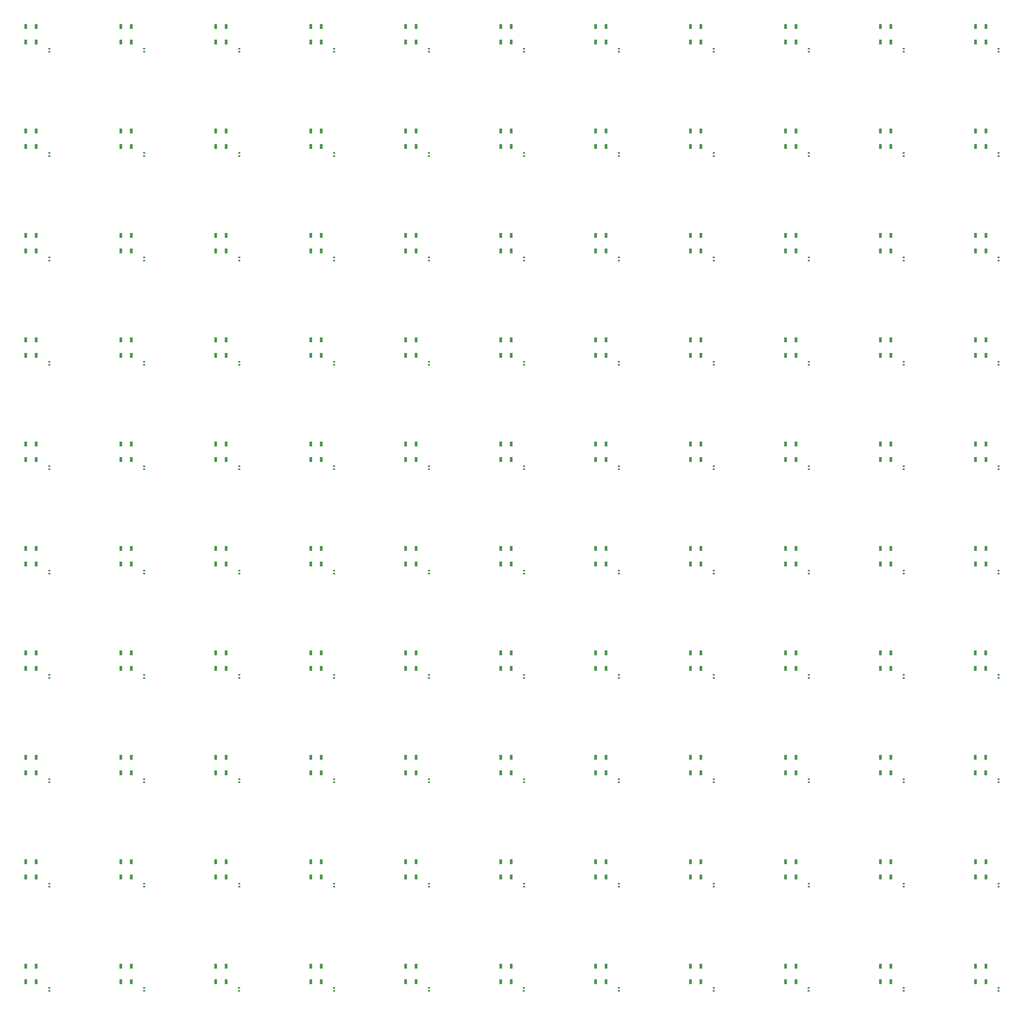
<source format=gbr>
G04 #@! TF.GenerationSoftware,KiCad,Pcbnew,8.0.2-8.0.2-0~ubuntu22.04.1*
G04 #@! TF.CreationDate,2024-05-18T22:12:29+02:00*
G04 #@! TF.ProjectId,qclock,71636c6f-636b-42e6-9b69-6361645f7063,rev?*
G04 #@! TF.SameCoordinates,Original*
G04 #@! TF.FileFunction,Paste,Top*
G04 #@! TF.FilePolarity,Positive*
%FSLAX46Y46*%
G04 Gerber Fmt 4.6, Leading zero omitted, Abs format (unit mm)*
G04 Created by KiCad (PCBNEW 8.0.2-8.0.2-0~ubuntu22.04.1) date 2024-05-18 22:12:29*
%MOMM*%
%LPD*%
G01*
G04 APERTURE LIST*
G04 Aperture macros list*
%AMRoundRect*
0 Rectangle with rounded corners*
0 $1 Rounding radius*
0 $2 $3 $4 $5 $6 $7 $8 $9 X,Y pos of 4 corners*
0 Add a 4 corners polygon primitive as box body*
4,1,4,$2,$3,$4,$5,$6,$7,$8,$9,$2,$3,0*
0 Add four circle primitives for the rounded corners*
1,1,$1+$1,$2,$3*
1,1,$1+$1,$4,$5*
1,1,$1+$1,$6,$7*
1,1,$1+$1,$8,$9*
0 Add four rect primitives between the rounded corners*
20,1,$1+$1,$2,$3,$4,$5,0*
20,1,$1+$1,$4,$5,$6,$7,0*
20,1,$1+$1,$6,$7,$8,$9,0*
20,1,$1+$1,$8,$9,$2,$3,0*%
G04 Aperture macros list end*
%ADD10R,0.900000X1.500000*%
%ADD11RoundRect,0.140000X0.170000X-0.140000X0.170000X0.140000X-0.170000X0.140000X-0.170000X-0.140000X0*%
G04 APERTURE END LIST*
D10*
X360950000Y-66450000D03*
X364250000Y-66450000D03*
X364250000Y-61550000D03*
X360950000Y-61550000D03*
D11*
X338261625Y-102480000D03*
X338261625Y-101520000D03*
D10*
X150880000Y-165450000D03*
X154180000Y-165450000D03*
X154180000Y-160550000D03*
X150880000Y-160550000D03*
D11*
X368261625Y-69480000D03*
X368261625Y-68520000D03*
X158261625Y-135480000D03*
X158261625Y-134520000D03*
X248238375Y-366430000D03*
X248238375Y-365470000D03*
X158261625Y-267480000D03*
X158261625Y-266520000D03*
X128261625Y-201480000D03*
X128261625Y-200520000D03*
X218261625Y-333480000D03*
X218261625Y-332520000D03*
D10*
X180890000Y-231450000D03*
X184190000Y-231450000D03*
X184190000Y-226550000D03*
X180890000Y-226550000D03*
D11*
X368261625Y-201480000D03*
X368261625Y-200520000D03*
X338261625Y-333480000D03*
X338261625Y-332520000D03*
X98261625Y-234480000D03*
X98261625Y-233520000D03*
X308261625Y-168480000D03*
X308261625Y-167520000D03*
D10*
X150880000Y-99450000D03*
X154180000Y-99450000D03*
X154180000Y-94550000D03*
X150880000Y-94550000D03*
X300930000Y-165450000D03*
X304230000Y-165450000D03*
X304230000Y-160550000D03*
X300930000Y-160550000D03*
X90860000Y-66450000D03*
X94160000Y-66450000D03*
X94160000Y-61550000D03*
X90860000Y-61550000D03*
X330940000Y-264450000D03*
X334240000Y-264450000D03*
X334240000Y-259550000D03*
X330940000Y-259550000D03*
X60850000Y-198450000D03*
X64150000Y-198450000D03*
X64150000Y-193550000D03*
X60850000Y-193550000D03*
D11*
X368261625Y-300480000D03*
X368261625Y-299520000D03*
D10*
X120870000Y-264450000D03*
X124170000Y-264450000D03*
X124170000Y-259550000D03*
X120870000Y-259550000D03*
D11*
X338261625Y-135480000D03*
X338261625Y-134520000D03*
X338261625Y-168480000D03*
X338261625Y-167520000D03*
X308261625Y-333480000D03*
X308261625Y-332520000D03*
X278238375Y-366430000D03*
X278238375Y-365470000D03*
X368261625Y-102480000D03*
X368261625Y-101520000D03*
D10*
X180890000Y-66450000D03*
X184190000Y-66450000D03*
X184190000Y-61550000D03*
X180890000Y-61550000D03*
X240910000Y-264450000D03*
X244210000Y-264450000D03*
X244210000Y-259550000D03*
X240910000Y-259550000D03*
X270920000Y-264450000D03*
X274220000Y-264450000D03*
X274220000Y-259550000D03*
X270920000Y-259550000D03*
X90860000Y-330450000D03*
X94160000Y-330450000D03*
X94160000Y-325550000D03*
X90860000Y-325550000D03*
D11*
X338261625Y-201480000D03*
X338261625Y-200520000D03*
X278261625Y-201480000D03*
X278261625Y-200520000D03*
D10*
X210900000Y-165450000D03*
X214200000Y-165450000D03*
X214200000Y-160550000D03*
X210900000Y-160550000D03*
D11*
X68261625Y-168480000D03*
X68261625Y-167520000D03*
X308261625Y-201480000D03*
X308261625Y-200520000D03*
X248261625Y-267480000D03*
X248261625Y-266520000D03*
X128261625Y-333480000D03*
X128261625Y-332520000D03*
D10*
X210900000Y-330450000D03*
X214200000Y-330450000D03*
X214200000Y-325550000D03*
X210900000Y-325550000D03*
X210900000Y-264450000D03*
X214200000Y-264450000D03*
X214200000Y-259550000D03*
X210900000Y-259550000D03*
X360950000Y-99450000D03*
X364250000Y-99450000D03*
X364250000Y-94550000D03*
X360950000Y-94550000D03*
X360850000Y-297450000D03*
X364150000Y-297450000D03*
X364150000Y-292550000D03*
X360850000Y-292550000D03*
D11*
X98261625Y-69480000D03*
X98261625Y-68520000D03*
X308261625Y-102480000D03*
X308261625Y-101520000D03*
X218261625Y-201480000D03*
X218261625Y-200520000D03*
D10*
X60850000Y-99450000D03*
X64150000Y-99450000D03*
X64150000Y-94550000D03*
X60850000Y-94550000D03*
X120870000Y-66450000D03*
X124170000Y-66450000D03*
X124170000Y-61550000D03*
X120870000Y-61550000D03*
X210900000Y-363500000D03*
X214200000Y-363500000D03*
X214200000Y-358600000D03*
X210900000Y-358600000D03*
X90860000Y-297450000D03*
X94160000Y-297450000D03*
X94160000Y-292550000D03*
X90860000Y-292550000D03*
D11*
X248261625Y-69480000D03*
X248261625Y-68520000D03*
D10*
X180890000Y-297450000D03*
X184190000Y-297450000D03*
X184190000Y-292550000D03*
X180890000Y-292550000D03*
D11*
X68261625Y-300480000D03*
X68261625Y-299520000D03*
X98261625Y-135480000D03*
X98261625Y-134520000D03*
D10*
X240910000Y-99450000D03*
X244210000Y-99450000D03*
X244210000Y-94550000D03*
X240910000Y-94550000D03*
D11*
X218238375Y-366430000D03*
X218238375Y-365470000D03*
D10*
X300930000Y-330450000D03*
X304230000Y-330450000D03*
X304230000Y-325550000D03*
X300930000Y-325550000D03*
X150880000Y-132450000D03*
X154180000Y-132450000D03*
X154180000Y-127550000D03*
X150880000Y-127550000D03*
X240910000Y-330450000D03*
X244210000Y-330450000D03*
X244210000Y-325550000D03*
X240910000Y-325550000D03*
D11*
X338238375Y-366430000D03*
X338238375Y-365470000D03*
X278261625Y-300480000D03*
X278261625Y-299520000D03*
D10*
X300930000Y-264450000D03*
X304230000Y-264450000D03*
X304230000Y-259550000D03*
X300930000Y-259550000D03*
D11*
X188261625Y-333480000D03*
X188261625Y-332520000D03*
D10*
X150880000Y-264450000D03*
X154180000Y-264450000D03*
X154180000Y-259550000D03*
X150880000Y-259550000D03*
X120870000Y-198450000D03*
X124170000Y-198450000D03*
X124170000Y-193550000D03*
X120870000Y-193550000D03*
X120870000Y-231450000D03*
X124170000Y-231450000D03*
X124170000Y-226550000D03*
X120870000Y-226550000D03*
D11*
X98238375Y-366430000D03*
X98238375Y-365470000D03*
D10*
X270920000Y-198450000D03*
X274220000Y-198450000D03*
X274220000Y-193550000D03*
X270920000Y-193550000D03*
X360950000Y-132450000D03*
X364250000Y-132450000D03*
X364250000Y-127550000D03*
X360950000Y-127550000D03*
X150880000Y-297450000D03*
X154180000Y-297450000D03*
X154180000Y-292550000D03*
X150880000Y-292550000D03*
D11*
X98261625Y-267480000D03*
X98261625Y-266520000D03*
D10*
X270920000Y-297450000D03*
X274220000Y-297450000D03*
X274220000Y-292550000D03*
X270920000Y-292550000D03*
D11*
X368261625Y-234480000D03*
X368261625Y-233520000D03*
D10*
X300930000Y-297450000D03*
X304230000Y-297450000D03*
X304230000Y-292550000D03*
X300930000Y-292550000D03*
X150880000Y-330450000D03*
X154180000Y-330450000D03*
X154180000Y-325550000D03*
X150880000Y-325550000D03*
X330940000Y-330450000D03*
X334240000Y-330450000D03*
X334240000Y-325550000D03*
X330940000Y-325550000D03*
X240910000Y-363500000D03*
X244210000Y-363500000D03*
X244210000Y-358600000D03*
X240910000Y-358600000D03*
D11*
X218261625Y-135480000D03*
X218261625Y-134520000D03*
X308238375Y-366430000D03*
X308238375Y-365470000D03*
D10*
X360850000Y-264450000D03*
X364150000Y-264450000D03*
X364150000Y-259550000D03*
X360850000Y-259550000D03*
D11*
X188261625Y-102480000D03*
X188261625Y-101520000D03*
D10*
X60850000Y-297450000D03*
X64150000Y-297450000D03*
X64150000Y-292550000D03*
X60850000Y-292550000D03*
D11*
X308261625Y-267480000D03*
X308261625Y-266520000D03*
D10*
X150880000Y-198450000D03*
X154180000Y-198450000D03*
X154180000Y-193550000D03*
X150880000Y-193550000D03*
X360950000Y-330450000D03*
X364250000Y-330450000D03*
X364250000Y-325550000D03*
X360950000Y-325550000D03*
X300930000Y-198450000D03*
X304230000Y-198450000D03*
X304230000Y-193550000D03*
X300930000Y-193550000D03*
X240910000Y-66450000D03*
X244210000Y-66450000D03*
X244210000Y-61550000D03*
X240910000Y-61550000D03*
D11*
X158261625Y-69480000D03*
X158261625Y-68520000D03*
D10*
X120870000Y-363500000D03*
X124170000Y-363500000D03*
X124170000Y-358600000D03*
X120870000Y-358600000D03*
D11*
X368261625Y-333480000D03*
X368261625Y-332520000D03*
X248261625Y-135480000D03*
X248261625Y-134520000D03*
D10*
X240910000Y-165450000D03*
X244210000Y-165450000D03*
X244210000Y-160550000D03*
X240910000Y-160550000D03*
X210900000Y-297450000D03*
X214200000Y-297450000D03*
X214200000Y-292550000D03*
X210900000Y-292550000D03*
D11*
X248261625Y-234480000D03*
X248261625Y-233520000D03*
D10*
X60850000Y-264450000D03*
X64150000Y-264450000D03*
X64150000Y-259550000D03*
X60850000Y-259550000D03*
D11*
X158261625Y-168480000D03*
X158261625Y-167520000D03*
X128261625Y-168480000D03*
X128261625Y-167520000D03*
X218261625Y-234480000D03*
X218261625Y-233520000D03*
D10*
X300930000Y-99450000D03*
X304230000Y-99450000D03*
X304230000Y-94550000D03*
X300930000Y-94550000D03*
X90860000Y-165450000D03*
X94160000Y-165450000D03*
X94160000Y-160550000D03*
X90860000Y-160550000D03*
D11*
X128261625Y-102480000D03*
X128261625Y-101520000D03*
D10*
X300930000Y-132450000D03*
X304230000Y-132450000D03*
X304230000Y-127550000D03*
X300930000Y-127550000D03*
X180890000Y-264450000D03*
X184190000Y-264450000D03*
X184190000Y-259550000D03*
X180890000Y-259550000D03*
X210900000Y-231450000D03*
X214200000Y-231450000D03*
X214200000Y-226550000D03*
X210900000Y-226550000D03*
D11*
X248261625Y-102480000D03*
X248261625Y-101520000D03*
X158238375Y-366430000D03*
X158238375Y-365470000D03*
D10*
X60850000Y-165450000D03*
X64150000Y-165450000D03*
X64150000Y-160550000D03*
X60850000Y-160550000D03*
D11*
X278261625Y-135480000D03*
X278261625Y-134520000D03*
D10*
X270920000Y-330450000D03*
X274220000Y-330450000D03*
X274220000Y-325550000D03*
X270920000Y-325550000D03*
D11*
X188261625Y-168480000D03*
X188261625Y-167520000D03*
D10*
X60850000Y-330450000D03*
X64150000Y-330450000D03*
X64150000Y-325550000D03*
X60850000Y-325550000D03*
X300930000Y-363500000D03*
X304230000Y-363500000D03*
X304230000Y-358600000D03*
X300930000Y-358600000D03*
D11*
X68261625Y-267480000D03*
X68261625Y-266520000D03*
D10*
X120870000Y-132450000D03*
X124170000Y-132450000D03*
X124170000Y-127550000D03*
X120870000Y-127550000D03*
D11*
X278261625Y-168480000D03*
X278261625Y-167520000D03*
X68261625Y-102480000D03*
X68261625Y-101520000D03*
X308261625Y-135480000D03*
X308261625Y-134520000D03*
D10*
X360950000Y-165450000D03*
X364250000Y-165450000D03*
X364250000Y-160550000D03*
X360950000Y-160550000D03*
X90860000Y-99450000D03*
X94160000Y-99450000D03*
X94160000Y-94550000D03*
X90860000Y-94550000D03*
X180890000Y-165450000D03*
X184190000Y-165450000D03*
X184190000Y-160550000D03*
X180890000Y-160550000D03*
D11*
X188261625Y-267480000D03*
X188261625Y-266520000D03*
D10*
X120870000Y-165450000D03*
X124170000Y-165450000D03*
X124170000Y-160550000D03*
X120870000Y-160550000D03*
D11*
X128261625Y-267480000D03*
X128261625Y-266520000D03*
X128261625Y-135480000D03*
X128261625Y-134520000D03*
D10*
X330940000Y-165450000D03*
X334240000Y-165450000D03*
X334240000Y-160550000D03*
X330940000Y-160550000D03*
D11*
X368261625Y-168480000D03*
X368261625Y-167520000D03*
X68261625Y-333480000D03*
X68261625Y-332520000D03*
X68261625Y-234480000D03*
X68261625Y-233520000D03*
D10*
X210900000Y-132450000D03*
X214200000Y-132450000D03*
X214200000Y-127550000D03*
X210900000Y-127550000D03*
X180890000Y-132450000D03*
X184190000Y-132450000D03*
X184190000Y-127550000D03*
X180890000Y-127550000D03*
X150880000Y-363500000D03*
X154180000Y-363500000D03*
X154180000Y-358600000D03*
X150880000Y-358600000D03*
D11*
X128238375Y-366430000D03*
X128238375Y-365470000D03*
D10*
X300930000Y-66450000D03*
X304230000Y-66450000D03*
X304230000Y-61550000D03*
X300930000Y-61550000D03*
D11*
X158261625Y-234480000D03*
X158261625Y-233520000D03*
X68238375Y-366430000D03*
X68238375Y-365470000D03*
D10*
X60850000Y-132450000D03*
X64150000Y-132450000D03*
X64150000Y-127550000D03*
X60850000Y-127550000D03*
X270920000Y-165450000D03*
X274220000Y-165450000D03*
X274220000Y-160550000D03*
X270920000Y-160550000D03*
D11*
X98261625Y-300480000D03*
X98261625Y-299520000D03*
X368261625Y-267480000D03*
X368261625Y-266520000D03*
X68261625Y-135480000D03*
X68261625Y-134520000D03*
X278261625Y-69480000D03*
X278261625Y-68520000D03*
D10*
X90860000Y-198450000D03*
X94160000Y-198450000D03*
X94160000Y-193550000D03*
X90860000Y-193550000D03*
D11*
X278261625Y-102480000D03*
X278261625Y-101520000D03*
X128261625Y-300480000D03*
X128261625Y-299520000D03*
D10*
X300930000Y-231450000D03*
X304230000Y-231450000D03*
X304230000Y-226550000D03*
X300930000Y-226550000D03*
X270920000Y-132450000D03*
X274220000Y-132450000D03*
X274220000Y-127550000D03*
X270920000Y-127550000D03*
X240910000Y-132450000D03*
X244210000Y-132450000D03*
X244210000Y-127550000D03*
X240910000Y-127550000D03*
X90860000Y-231450000D03*
X94160000Y-231450000D03*
X94160000Y-226550000D03*
X90860000Y-226550000D03*
X90860000Y-132450000D03*
X94160000Y-132450000D03*
X94160000Y-127550000D03*
X90860000Y-127550000D03*
X150880000Y-231450000D03*
X154180000Y-231450000D03*
X154180000Y-226550000D03*
X150880000Y-226550000D03*
D11*
X278261625Y-333480000D03*
X278261625Y-332520000D03*
D10*
X240910000Y-198450000D03*
X244210000Y-198450000D03*
X244210000Y-193550000D03*
X240910000Y-193550000D03*
X210900000Y-66450000D03*
X214200000Y-66450000D03*
X214200000Y-61550000D03*
X210900000Y-61550000D03*
X360950000Y-363500000D03*
X364250000Y-363500000D03*
X364250000Y-358600000D03*
X360950000Y-358600000D03*
X330940000Y-363500000D03*
X334240000Y-363500000D03*
X334240000Y-358600000D03*
X330940000Y-358600000D03*
D11*
X338261625Y-300480000D03*
X338261625Y-299520000D03*
X98261625Y-168480000D03*
X98261625Y-167520000D03*
D10*
X120870000Y-330450000D03*
X124170000Y-330450000D03*
X124170000Y-325550000D03*
X120870000Y-325550000D03*
X90860000Y-264450000D03*
X94160000Y-264450000D03*
X94160000Y-259550000D03*
X90860000Y-259550000D03*
D11*
X308261625Y-300480000D03*
X308261625Y-299520000D03*
X158261625Y-201480000D03*
X158261625Y-200520000D03*
D10*
X330940000Y-231450000D03*
X334240000Y-231450000D03*
X334240000Y-226550000D03*
X330940000Y-226550000D03*
D11*
X98261625Y-201480000D03*
X98261625Y-200520000D03*
D10*
X360950000Y-231450000D03*
X364250000Y-231450000D03*
X364250000Y-226550000D03*
X360950000Y-226550000D03*
X330940000Y-297450000D03*
X334240000Y-297450000D03*
X334240000Y-292550000D03*
X330940000Y-292550000D03*
D11*
X338261625Y-267480000D03*
X338261625Y-266520000D03*
D10*
X210900000Y-198450000D03*
X214200000Y-198450000D03*
X214200000Y-193550000D03*
X210900000Y-193550000D03*
X330940000Y-99450000D03*
X334240000Y-99450000D03*
X334240000Y-94550000D03*
X330940000Y-94550000D03*
D11*
X188261625Y-300480000D03*
X188261625Y-299520000D03*
X68261625Y-69480000D03*
X68261625Y-68520000D03*
X158261625Y-300480000D03*
X158261625Y-299520000D03*
X218261625Y-168480000D03*
X218261625Y-167520000D03*
X188261625Y-69480000D03*
X188261625Y-68520000D03*
X368238375Y-366430000D03*
X368238375Y-365470000D03*
X368261625Y-135480000D03*
X368261625Y-134520000D03*
D10*
X60850000Y-66450000D03*
X64150000Y-66450000D03*
X64150000Y-61550000D03*
X60850000Y-61550000D03*
D11*
X278261625Y-267480000D03*
X278261625Y-266520000D03*
D10*
X270920000Y-231450000D03*
X274220000Y-231450000D03*
X274220000Y-226550000D03*
X270920000Y-226550000D03*
X270920000Y-363500000D03*
X274220000Y-363500000D03*
X274220000Y-358600000D03*
X270920000Y-358600000D03*
D11*
X248261625Y-168480000D03*
X248261625Y-167520000D03*
D10*
X360950000Y-198450000D03*
X364250000Y-198450000D03*
X364250000Y-193550000D03*
X360950000Y-193550000D03*
X180890000Y-330450000D03*
X184190000Y-330450000D03*
X184190000Y-325550000D03*
X180890000Y-325550000D03*
D11*
X308261625Y-69480000D03*
X308261625Y-68520000D03*
D10*
X270920000Y-99450000D03*
X274220000Y-99450000D03*
X274220000Y-94550000D03*
X270920000Y-94550000D03*
D11*
X338261625Y-69480000D03*
X338261625Y-68520000D03*
D10*
X150880000Y-66450000D03*
X154180000Y-66450000D03*
X154180000Y-61550000D03*
X150880000Y-61550000D03*
X330940000Y-132450000D03*
X334240000Y-132450000D03*
X334240000Y-127550000D03*
X330940000Y-127550000D03*
X270920000Y-66450000D03*
X274220000Y-66450000D03*
X274220000Y-61550000D03*
X270920000Y-61550000D03*
D11*
X98261625Y-102480000D03*
X98261625Y-101520000D03*
X188261625Y-201480000D03*
X188261625Y-200520000D03*
D10*
X330940000Y-198450000D03*
X334240000Y-198450000D03*
X334240000Y-193550000D03*
X330940000Y-193550000D03*
D11*
X338261625Y-234480000D03*
X338261625Y-233520000D03*
X158261625Y-333480000D03*
X158261625Y-332520000D03*
X218261625Y-102480000D03*
X218261625Y-101520000D03*
D10*
X210900000Y-99450000D03*
X214200000Y-99450000D03*
X214200000Y-94550000D03*
X210900000Y-94550000D03*
D11*
X128261625Y-234480000D03*
X128261625Y-233520000D03*
X248261625Y-201480000D03*
X248261625Y-200520000D03*
D10*
X330940000Y-66450000D03*
X334240000Y-66450000D03*
X334240000Y-61550000D03*
X330940000Y-61550000D03*
X240910000Y-297450000D03*
X244210000Y-297450000D03*
X244210000Y-292550000D03*
X240910000Y-292550000D03*
D11*
X188261625Y-234480000D03*
X188261625Y-233520000D03*
D10*
X240910000Y-231450000D03*
X244210000Y-231450000D03*
X244210000Y-226550000D03*
X240910000Y-226550000D03*
D11*
X188261625Y-135480000D03*
X188261625Y-134520000D03*
X278261625Y-234480000D03*
X278261625Y-233520000D03*
X68261625Y-201480000D03*
X68261625Y-200520000D03*
D10*
X180890000Y-363500000D03*
X184190000Y-363500000D03*
X184190000Y-358600000D03*
X180890000Y-358600000D03*
D11*
X188238375Y-366430000D03*
X188238375Y-365470000D03*
D10*
X90860000Y-363500000D03*
X94160000Y-363500000D03*
X94160000Y-358600000D03*
X90860000Y-358600000D03*
D11*
X128261625Y-69480000D03*
X128261625Y-68520000D03*
D10*
X120870000Y-297450000D03*
X124170000Y-297450000D03*
X124170000Y-292550000D03*
X120870000Y-292550000D03*
D11*
X158261625Y-102480000D03*
X158261625Y-101520000D03*
X248261625Y-333480000D03*
X248261625Y-332520000D03*
D10*
X120870000Y-99450000D03*
X124170000Y-99450000D03*
X124170000Y-94550000D03*
X120870000Y-94550000D03*
X60850000Y-231450000D03*
X64150000Y-231450000D03*
X64150000Y-226550000D03*
X60850000Y-226550000D03*
X180890000Y-99450000D03*
X184190000Y-99450000D03*
X184190000Y-94550000D03*
X180890000Y-94550000D03*
D11*
X248261625Y-300480000D03*
X248261625Y-299520000D03*
X308261625Y-234480000D03*
X308261625Y-233520000D03*
X218261625Y-267480000D03*
X218261625Y-266520000D03*
X98261625Y-333480000D03*
X98261625Y-332520000D03*
X218261625Y-69480000D03*
X218261625Y-68520000D03*
D10*
X60850000Y-363500000D03*
X64150000Y-363500000D03*
X64150000Y-358600000D03*
X60850000Y-358600000D03*
X180890000Y-198450000D03*
X184190000Y-198450000D03*
X184190000Y-193550000D03*
X180890000Y-193550000D03*
D11*
X218261625Y-300480000D03*
X218261625Y-299520000D03*
M02*

</source>
